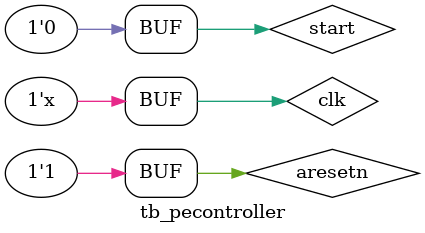
<source format=v>
`timescale 1ns / 1ps

module tb_pecontroller #(
	parameter L_RAM_SIZE = 6
);
	reg clk;
	reg aresetn;
	reg [31:0] globalbuff[31:0];
	wire [L_RAM_SIZE-1:0] rdaddr;
	wire [31:0] rddata;
	wire [31:0] dout;
	wire done;
    
	reg start;
    
	initial begin
    	globalbuff[0] <= 32'h00000000;
    	globalbuff[1] <= 32'h3f800000;
    	globalbuff[2] <= 32'h40000000;
    	globalbuff[3] <= 32'h40400000;
    	globalbuff[4] <= 32'h40800000;
    	globalbuff[5] <= 32'h40a00000;
    	globalbuff[6] <= 32'h40c00000;
    	globalbuff[7] <= 32'h40e00000;
    	globalbuff[8] <= 32'h41000000;
    	globalbuff[9] <= 32'h41100000;
    	globalbuff[10]<= 32'h41200000;
    	globalbuff[11]<= 32'h41300000;
    	globalbuff[12]<= 32'h41400000;
    	globalbuff[13]<= 32'h41500000;
    	globalbuff[14]<= 32'h41600000;
    	globalbuff[15]<= 32'h41700000;
   	 
    	globalbuff[16] <= 32'h3f800000;
    	globalbuff[17] <= 32'h40000000;
    	globalbuff[18] <= 32'h40400000;
    	globalbuff[19] <= 32'h40800000;
    	globalbuff[20] <= 32'h40a00000;
    	globalbuff[21] <= 32'h40c00000;
    	globalbuff[22] <= 32'h40e00000;
    	globalbuff[23] <= 32'h41000000;
    	globalbuff[24] <= 32'h41100000;
    	globalbuff[25] <= 32'h41200000;
    	globalbuff[26] <= 32'h41300000;
    	globalbuff[27] <= 32'h41400000;
    	globalbuff[28] <= 32'h41500000;
    	globalbuff[29] <= 32'h41600000;
    	globalbuff[30] <= 32'h41700000;
    	globalbuff[31] <= 32'h41800000;
   	 
    	clk <= 0;
    	aresetn <= 1;
    	#8;
    	aresetn <= 0;
    	#20;
    	aresetn <= 1;
    	start <= 1;
    	#10;
    	start <= 0;    
	end
    
	assign rddata = globalbuff[rdaddr];
    
	my_controller MPC(
    	.clk(clk),
    	.rst(~aresetn),
    	.start(start),
    	.rddata(rddata),
    	.rdaddr(rdaddr),
    	.done(done),
    	.out(dout)
	);
    
	always #5 clk = ~clk;
    
endmodule



</source>
